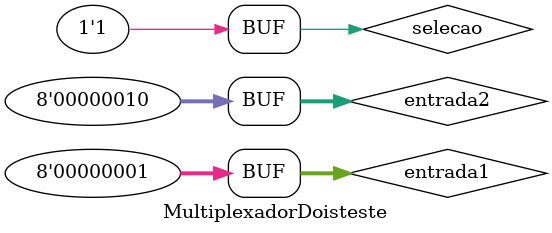
<source format=v>
module MultiplexadorDois(
   input wire selecao,
   input wire [7:0] entrada1,
   input wire [7:0] entrada2,
   output reg [7:0] saida 
);

   always @(selecao, entrada1, entrada2) begin
      case (selecao)
         1'b0: saida <= entrada1;
         1'b1: saida <= entrada2;
      endcase
   end

endmodule


module MultiplexadorDoisteste;

  reg selecao;
  reg [7:0] entrada1;
  reg [7:0] entrada2;
  wire [7:0] saida;

  MultiplexadorDois MultiplexadorDois(selecao, entrada1, entrada2, saida);

  initial 
	  begin
      #1 selecao=1'b0; entrada1=8'b00000001; entrada2=8'b00000010; $display("Teste MultiplexadorDois entrada 1");
		#1 selecao=1'b1; entrada1=8'b00000001; entrada2=8'b00000010; $display("Teste MultiplexadorDois entrada 2");
	  end

  initial 
	  begin
		$display("tempo selecao entrada1 entrada2 saida");
		$monitor("Tempo: %0d selecao: %0b entrada1: %0b entrada2: %0b saida: %0b\n", 
			      $time, selecao, entrada1, entrada2, saida);
	  end

endmodule
</source>
